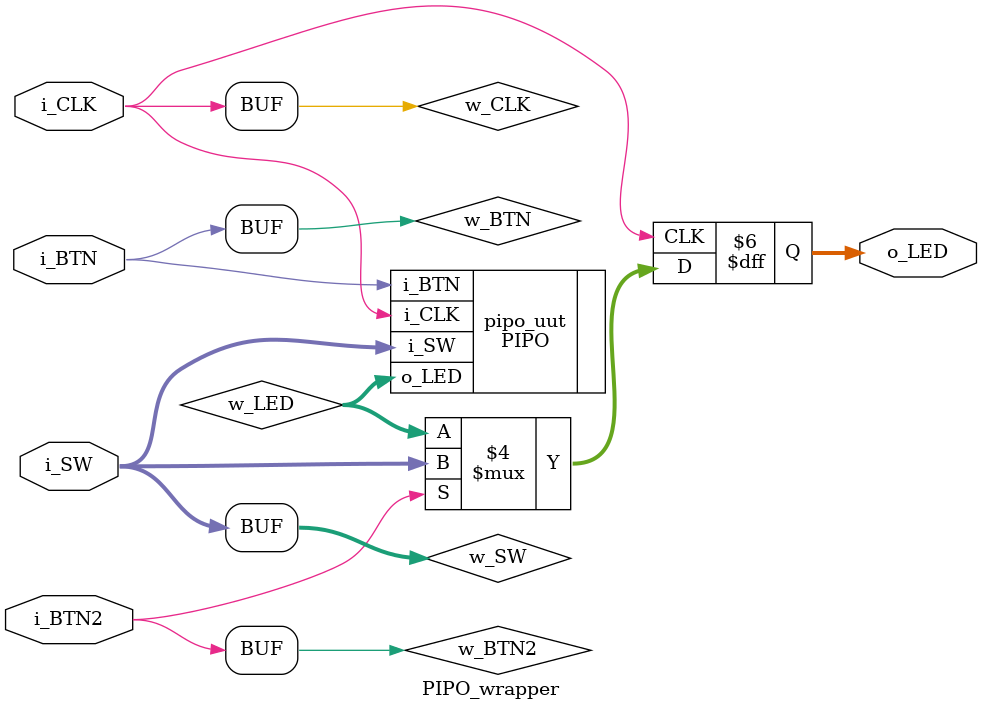
<source format=v>
`timescale 1ns / 1ps


module PIPO_wrapper(
    input i_CLK,
    input [7:0] i_SW,
    input i_BTN,
    input i_BTN2,
    output reg [7:0] o_LED
    );
    
    wire w_CLK;
    wire [7:0] w_SW;
    wire w_BTN;
    wire w_BTN2;
    wire [7:0] w_LED;
    
    assign w_CLK = i_CLK;
    assign w_SW = i_SW;
    assign w_BTN = i_BTN;
    assign w_BTN2 = i_BTN2;
    //assign o_LED = w_LED;
    
    
    PIPO pipo_uut(
    .i_CLK(w_CLK),
    .i_SW(w_SW),
    .i_BTN(w_BTN),
    .o_LED(w_LED)
    );
    
    always@(posedge i_CLK)
    begin
        if(w_BTN2 == 1)
            o_LED = w_SW;
        else
            o_LED = w_LED;
    end
endmodule

</source>
